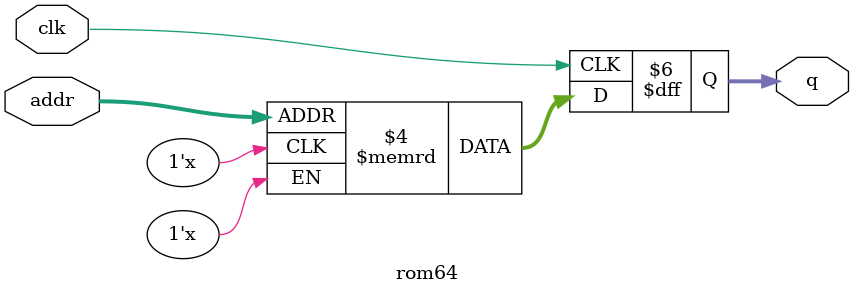
<source format=v>
`default_nettype none
module cpu (
    input  wire clk,
    input  wire rst,
    output wire [63:0] dbg_pc,      // teraz pełne 64-bit PC do debug
    output reg  io_write,
    output reg  [63:0] io_data
);
    // 64-bit PC
    reg [63:0] pc;
    wire [63:0] instr;
    assign dbg_pc = pc;

    // ROM instrukcji: 64-bitowe słowa
    rom64 #(.WIDTH(64), .DEPTH(256), .INIT_FILE("main.hex")) imem (
        .clk(clk),
        .addr(pc[7:0]), // zakładamy 256 słów ROM, więc bierzemy dolne 8 bitów
        .q(instr)
    );

    // Rejestry 8 x 64-bit
    reg [63:0] rf [0:7];
    wire [2:0] rd = instr[59:57];
    wire [2:0] rs = instr[56:54];

    // Dmem 256 x 64-bit (adresowana 8-bitowo)
    reg [63:0] dmem [0:255];

    // Pola instrukcji
    wire [3:0]  op     = instr[63:60];
    wire [15:0] imm16  = instr[15:0];
    wire [7:0]  addr8  = instr[7:0];

    reg [63:0] alu;

    integer i;
    always @(posedge clk) begin
        if (rst) begin
            pc <= 64'h0000000000000000;
            for (i = 0; i < 8; i = i + 1) rf[i] <= 64'h0000000000000000;
            for (i = 0; i < 256; i = i + 1) dmem[i] <= 64'h0000000000000000;
            io_write <= 1'b0; io_data <= 64'h0000000000000000;
        end else begin
            io_write <= 1'b0;
            io_data  <= 64'h0000000000000000;
            pc <= pc + 1;
            case (op)
                4'h0: begin end // NOP
                4'h1: begin // ADD rd, rs
                    alu = rf[rd] + rf[rs];
                    rf[rd] <= alu;
                end
                4'h2: begin // SUB rd, rs
                    alu = rf[rd] - rf[rs];
                    rf[rd] <= alu;
                end
                4'h3: begin // LI rd, imm16 (zero-extended)
                    rf[rd] <= {48'h000000000000, imm16};
                end
                4'h4: begin // LD rd, addr8
                    rf[rd] <= dmem[addr8];
                end
                4'h5: begin // ST rd, addr8
                    dmem[addr8] <= rf[rd];
                    if (addr8 == 8'hFF) begin
                        io_write <= 1'b1;
                        io_data  <= rf[rd];
                    end
                end
                4'h6: begin // JZ rd, disp8 (signed)
                    if (rf[rd] == 64'h0000000000000000) begin
                        pc <= pc + {{56{imm16[7]}}, imm16[7:0]};
                    end
                end
                4'h7: begin // JMP imm16 (direct 8-bit address for now)
                    pc <= {56'h0, imm16[7:0]}; // nadal ograniczone do 8 bit ROM
                end
                default: begin end
            endcase
        end
    end
endmodule

module rom64 #(parameter WIDTH=64, DEPTH=256, INIT_FILE="") (
    input wire clk,
    input wire [7:0] addr,
    output reg [WIDTH-1:0] q
);
    reg [WIDTH-1:0] mem [0:DEPTH-1];
    initial begin
        if (INIT_FILE != "") $readmemh(INIT_FILE, mem);
    end
    always @(posedge clk) q <= mem[addr];
endmodule

</source>
